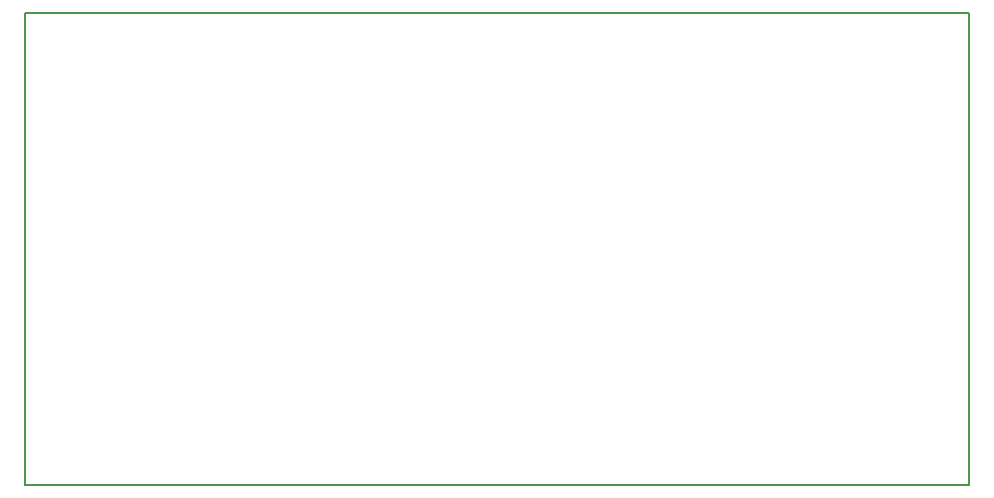
<source format=gbr>
G04 #@! TF.GenerationSoftware,KiCad,Pcbnew,5.0.0+dfsg1-2~bpo9+1*
G04 #@! TF.CreationDate,2018-09-21T22:54:25+03:00*
G04 #@! TF.ProjectId,client,636C69656E742E6B696361645F706362,rev?*
G04 #@! TF.SameCoordinates,Original*
G04 #@! TF.FileFunction,Profile,NP*
%FSLAX46Y46*%
G04 Gerber Fmt 4.6, Leading zero omitted, Abs format (unit mm)*
G04 Created by KiCad (PCBNEW 5.0.0+dfsg1-2~bpo9+1) date Fri Sep 21 22:54:25 2018*
%MOMM*%
%LPD*%
G01*
G04 APERTURE LIST*
%ADD10C,0.150000*%
G04 APERTURE END LIST*
D10*
X89250000Y-72000000D02*
X89250000Y-32000000D01*
X169250000Y-72000000D02*
X89250000Y-72000000D01*
X169250000Y-32000000D02*
X169250000Y-72000000D01*
X89250000Y-32000000D02*
X169250000Y-32000000D01*
M02*

</source>
